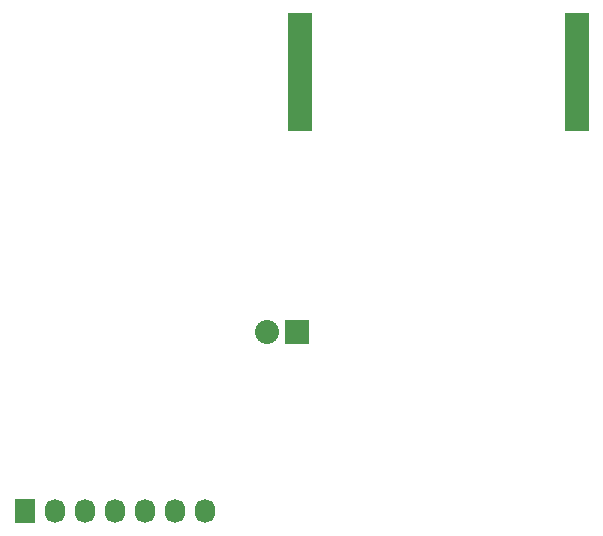
<source format=gbs>
G04 #@! TF.FileFunction,Soldermask,Bot*
%FSLAX46Y46*%
G04 Gerber Fmt 4.6, Leading zero omitted, Abs format (unit mm)*
G04 Created by KiCad (PCBNEW (2015-11-06 BZR 6302)-product) date 2015. November 08., Vasárnap 12:44:23*
%MOMM*%
G01*
G04 APERTURE LIST*
%ADD10C,0.100000*%
%ADD11R,1.727200X2.032000*%
%ADD12O,1.727200X2.032000*%
%ADD13R,2.000000X10.000000*%
%ADD14R,2.032000X2.032000*%
%ADD15O,2.032000X2.032000*%
G04 APERTURE END LIST*
D10*
D11*
X61239400Y-74574400D03*
D12*
X63779400Y-74574400D03*
X66319400Y-74574400D03*
X68859400Y-74574400D03*
X71399400Y-74574400D03*
X73939400Y-74574400D03*
X76479400Y-74574400D03*
D13*
X84591400Y-37388800D03*
X107991400Y-37388800D03*
D14*
X84300000Y-59400000D03*
D15*
X81760000Y-59400000D03*
M02*

</source>
